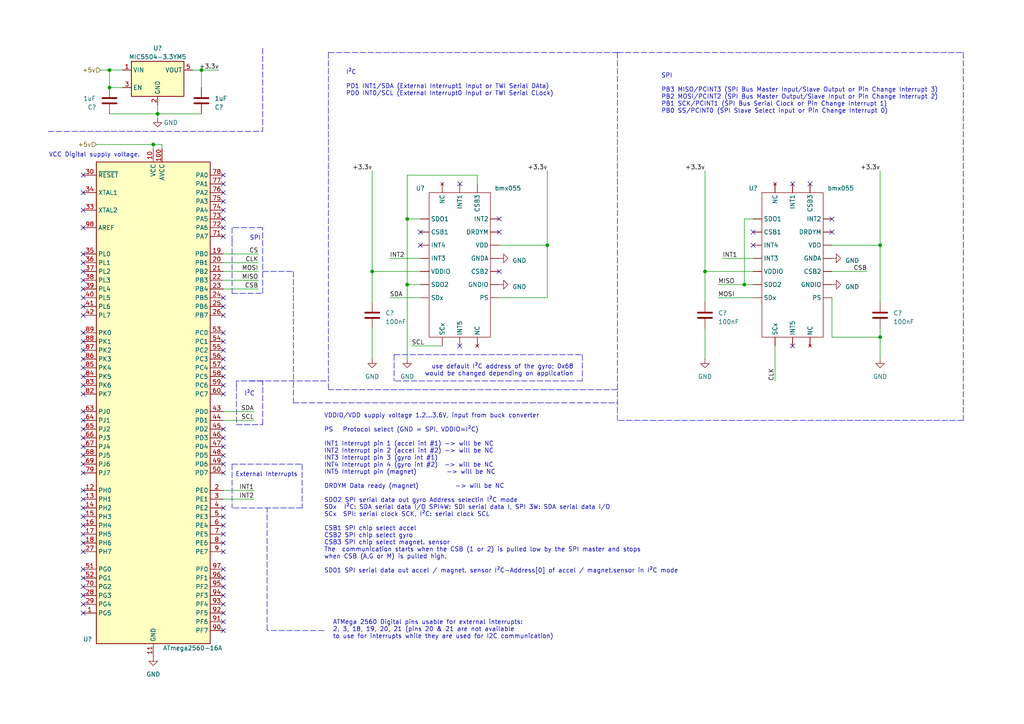
<source format=kicad_sch>
(kicad_sch (version 20210126) (generator eeschema)
  (paper "A4")
  (lib_symbols
    (symbol "Device:C" (pin_numbers hide) (pin_names (offset 0.254))
      (property "Reference" "C" (at 0.635 2.54 0))
      (property "Value" "C" (at 0.635 -2.54 0))
      (symbol "C_0_1"
        (polyline (pts (xy -2.032 -0.762) (xy 2.032 -0.762)) (stroke (width 0.508)))
        (polyline (pts (xy -2.032 0.762) (xy 2.032 0.762)) (stroke (width 0.508)))
      )
      (symbol "C_1_1"
        (pin passive line (at 0 3.81 270) (length 2.794) (name "~") (number "1"))
        (pin passive line (at 0 -3.81 90) (length 2.794) (name "~") (number "2"))
      )
    )
    (symbol "MCU_Microchip_ATmega:ATmega2560-16A"
      (property "Reference" "U" (at 0 1.27 0))
      (property "Value" "ATmega2560-16A" (at 0 -1.27 0))
      (symbol "ATmega2560-16A_0_1"
        (rectangle (start -16.51 -69.85) (end 16.51 69.85) (stroke (width 0.254)) (fill (type background)))
      )
      (symbol "ATmega2560-16A_1_1"
        (pin bidirectional line (at -20.32 -60.96 0) (length 3.81) (name "PG5") (number "1"))
        (pin power_in line (at 0 73.66 270) (length 3.81) (name "VCC") (number "10"))
        (pin power_in line (at 2.54 73.66 270) (length 3.81) (name "AVCC") (number "100"))
        (pin power_in line (at 0 -73.66 90) (length 3.81) (name "GND") (number "11"))
        (pin bidirectional line (at -20.32 -25.4 0) (length 3.81) (name "PH0") (number "12"))
        (pin bidirectional line (at -20.32 -27.94 0) (length 3.81) (name "PH1") (number "13"))
        (pin bidirectional line (at -20.32 -30.48 0) (length 3.81) (name "PH2") (number "14"))
        (pin bidirectional line (at -20.32 -33.02 0) (length 3.81) (name "PH3") (number "15"))
        (pin bidirectional line (at -20.32 -35.56 0) (length 3.81) (name "PH4") (number "16"))
        (pin bidirectional line (at -20.32 -38.1 0) (length 3.81) (name "PH5") (number "17"))
        (pin bidirectional line (at -20.32 -40.64 0) (length 3.81) (name "PH6") (number "18"))
        (pin bidirectional line (at 20.32 43.18 180) (length 3.81) (name "PB0") (number "19"))
        (pin bidirectional line (at 20.32 -25.4 180) (length 3.81) (name "PE0") (number "2"))
        (pin bidirectional line (at 20.32 40.64 180) (length 3.81) (name "PB1") (number "20"))
        (pin bidirectional line (at 20.32 38.1 180) (length 3.81) (name "PB2") (number "21"))
        (pin bidirectional line (at 20.32 35.56 180) (length 3.81) (name "PB3") (number "22"))
        (pin bidirectional line (at 20.32 33.02 180) (length 3.81) (name "PB4") (number "23"))
        (pin bidirectional line (at 20.32 30.48 180) (length 3.81) (name "PB5") (number "24"))
        (pin bidirectional line (at 20.32 27.94 180) (length 3.81) (name "PB6") (number "25"))
        (pin bidirectional line (at 20.32 25.4 180) (length 3.81) (name "PB7") (number "26"))
        (pin bidirectional line (at -20.32 -43.18 0) (length 3.81) (name "PH7") (number "27"))
        (pin bidirectional line (at -20.32 -55.88 0) (length 3.81) (name "PG3") (number "28"))
        (pin bidirectional line (at -20.32 -58.42 0) (length 3.81) (name "PG4") (number "29"))
        (pin bidirectional line (at 20.32 -27.94 180) (length 3.81) (name "PE1") (number "3"))
        (pin input line (at -20.32 66.04 0) (length 3.81) (name "~RESET") (number "30"))
        (pin passive line (at 0 73.66 270) (length 3.81) hide (name "VCC") (number "31"))
        (pin passive line (at 0 -73.66 90) (length 3.81) hide (name "GND") (number "32"))
        (pin output line (at -20.32 55.88 0) (length 3.81) (name "XTAL2") (number "33"))
        (pin input line (at -20.32 60.96 0) (length 3.81) (name "XTAL1") (number "34"))
        (pin bidirectional line (at -20.32 43.18 0) (length 3.81) (name "PL0") (number "35"))
        (pin bidirectional line (at -20.32 40.64 0) (length 3.81) (name "PL1") (number "36"))
        (pin bidirectional line (at -20.32 38.1 0) (length 3.81) (name "PL2") (number "37"))
        (pin bidirectional line (at -20.32 35.56 0) (length 3.81) (name "PL3") (number "38"))
        (pin bidirectional line (at -20.32 33.02 0) (length 3.81) (name "PL4") (number "39"))
        (pin bidirectional line (at 20.32 -30.48 180) (length 3.81) (name "PE2") (number "4"))
        (pin bidirectional line (at -20.32 30.48 0) (length 3.81) (name "PL5") (number "40"))
        (pin bidirectional line (at -20.32 27.94 0) (length 3.81) (name "PL6") (number "41"))
        (pin bidirectional line (at -20.32 25.4 0) (length 3.81) (name "PL7") (number "42"))
        (pin bidirectional line (at 20.32 -2.54 180) (length 3.81) (name "PD0") (number "43"))
        (pin bidirectional line (at 20.32 -5.08 180) (length 3.81) (name "PD1") (number "44"))
        (pin bidirectional line (at 20.32 -7.62 180) (length 3.81) (name "PD2") (number "45"))
        (pin bidirectional line (at 20.32 -10.16 180) (length 3.81) (name "PD3") (number "46"))
        (pin bidirectional line (at 20.32 -12.7 180) (length 3.81) (name "PD4") (number "47"))
        (pin bidirectional line (at 20.32 -15.24 180) (length 3.81) (name "PD5") (number "48"))
        (pin bidirectional line (at 20.32 -17.78 180) (length 3.81) (name "PD6") (number "49"))
        (pin bidirectional line (at 20.32 -33.02 180) (length 3.81) (name "PE3") (number "5"))
        (pin bidirectional line (at 20.32 -20.32 180) (length 3.81) (name "PD7") (number "50"))
        (pin bidirectional line (at -20.32 -48.26 0) (length 3.81) (name "PG0") (number "51"))
        (pin bidirectional line (at -20.32 -50.8 0) (length 3.81) (name "PG1") (number "52"))
        (pin bidirectional line (at 20.32 20.32 180) (length 3.81) (name "PC0") (number "53"))
        (pin bidirectional line (at 20.32 17.78 180) (length 3.81) (name "PC1") (number "54"))
        (pin bidirectional line (at 20.32 15.24 180) (length 3.81) (name "PC2") (number "55"))
        (pin bidirectional line (at 20.32 12.7 180) (length 3.81) (name "PC3") (number "56"))
        (pin bidirectional line (at 20.32 10.16 180) (length 3.81) (name "PC4") (number "57"))
        (pin bidirectional line (at 20.32 7.62 180) (length 3.81) (name "PC5") (number "58"))
        (pin bidirectional line (at 20.32 5.08 180) (length 3.81) (name "PC6") (number "59"))
        (pin bidirectional line (at 20.32 -35.56 180) (length 3.81) (name "PE4") (number "6"))
        (pin bidirectional line (at 20.32 2.54 180) (length 3.81) (name "PC7") (number "60"))
        (pin passive line (at 0 73.66 270) (length 3.81) hide (name "VCC") (number "61"))
        (pin passive line (at 0 -73.66 90) (length 3.81) hide (name "GND") (number "62"))
        (pin bidirectional line (at -20.32 -2.54 0) (length 3.81) (name "PJ0") (number "63"))
        (pin bidirectional line (at -20.32 -5.08 0) (length 3.81) (name "PJ1") (number "64"))
        (pin bidirectional line (at -20.32 -7.62 0) (length 3.81) (name "PJ2") (number "65"))
        (pin bidirectional line (at -20.32 -10.16 0) (length 3.81) (name "PJ3") (number "66"))
        (pin bidirectional line (at -20.32 -12.7 0) (length 3.81) (name "PJ4") (number "67"))
        (pin bidirectional line (at -20.32 -15.24 0) (length 3.81) (name "PJ5") (number "68"))
        (pin bidirectional line (at -20.32 -17.78 0) (length 3.81) (name "PJ6") (number "69"))
        (pin bidirectional line (at 20.32 -38.1 180) (length 3.81) (name "PE5") (number "7"))
        (pin bidirectional line (at -20.32 -53.34 0) (length 3.81) (name "PG2") (number "70"))
        (pin bidirectional line (at 20.32 48.26 180) (length 3.81) (name "PA7") (number "71"))
        (pin bidirectional line (at 20.32 50.8 180) (length 3.81) (name "PA6") (number "72"))
        (pin bidirectional line (at 20.32 53.34 180) (length 3.81) (name "PA5") (number "73"))
        (pin bidirectional line (at 20.32 55.88 180) (length 3.81) (name "PA4") (number "74"))
        (pin bidirectional line (at 20.32 58.42 180) (length 3.81) (name "PA3") (number "75"))
        (pin bidirectional line (at 20.32 60.96 180) (length 3.81) (name "PA2") (number "76"))
        (pin bidirectional line (at 20.32 63.5 180) (length 3.81) (name "PA1") (number "77"))
        (pin bidirectional line (at 20.32 66.04 180) (length 3.81) (name "PA0") (number "78"))
        (pin bidirectional line (at -20.32 -20.32 0) (length 3.81) (name "PJ7") (number "79"))
        (pin bidirectional line (at 20.32 -40.64 180) (length 3.81) (name "PE6") (number "8"))
        (pin passive line (at 0 73.66 270) (length 3.81) hide (name "VCC") (number "80"))
        (pin passive line (at 0 -73.66 90) (length 3.81) hide (name "GND") (number "81"))
        (pin bidirectional line (at -20.32 2.54 0) (length 3.81) (name "PK7") (number "82"))
        (pin bidirectional line (at -20.32 5.08 0) (length 3.81) (name "PK6") (number "83"))
        (pin bidirectional line (at -20.32 7.62 0) (length 3.81) (name "PK5") (number "84"))
        (pin bidirectional line (at -20.32 10.16 0) (length 3.81) (name "PK4") (number "85"))
        (pin bidirectional line (at -20.32 12.7 0) (length 3.81) (name "PK3") (number "86"))
        (pin bidirectional line (at -20.32 15.24 0) (length 3.81) (name "PK2") (number "87"))
        (pin bidirectional line (at -20.32 17.78 0) (length 3.81) (name "PK1") (number "88"))
        (pin bidirectional line (at -20.32 20.32 0) (length 3.81) (name "PK0") (number "89"))
        (pin bidirectional line (at 20.32 -43.18 180) (length 3.81) (name "PE7") (number "9"))
        (pin bidirectional line (at 20.32 -66.04 180) (length 3.81) (name "PF7") (number "90"))
        (pin bidirectional line (at 20.32 -63.5 180) (length 3.81) (name "PF6") (number "91"))
        (pin bidirectional line (at 20.32 -60.96 180) (length 3.81) (name "PF5") (number "92"))
        (pin bidirectional line (at 20.32 -58.42 180) (length 3.81) (name "PF4") (number "93"))
        (pin bidirectional line (at 20.32 -55.88 180) (length 3.81) (name "PF3") (number "94"))
        (pin bidirectional line (at 20.32 -53.34 180) (length 3.81) (name "PF2") (number "95"))
        (pin bidirectional line (at 20.32 -50.8 180) (length 3.81) (name "PF1") (number "96"))
        (pin bidirectional line (at 20.32 -48.26 180) (length 3.81) (name "PF0") (number "97"))
        (pin passive line (at -20.32 50.8 0) (length 3.81) (name "AREF") (number "98"))
        (pin passive line (at 0 -73.66 90) (length 3.81) hide (name "GND") (number "99"))
      )
    )
    (symbol "Regulator_Linear:MIC5504-3.3YM5"
      (property "Reference" "U" (at -7.62 8.89 0))
      (property "Value" "MIC5504-3.3YM5" (at -7.62 6.35 0))
      (symbol "MIC5504-3.3YM5_0_1"
        (rectangle (start -7.62 -5.08) (end 7.62 5.08) (stroke (width 0.254)) (fill (type background)))
      )
      (symbol "MIC5504-3.3YM5_1_1"
        (pin power_in line (at -10.16 2.54 0) (length 2.54) (name "VIN") (number "1"))
        (pin power_in line (at 0 -7.62 90) (length 2.54) (name "GND") (number "2"))
        (pin input line (at -10.16 -2.54 0) (length 2.54) (name "EN") (number "3"))
        (pin no_connect line (at 7.62 -2.54 180) (length 2.54) hide (name "NC") (number "4"))
        (pin power_out line (at 10.16 2.54 180) (length 2.54) (name "VOUT") (number "5"))
      )
    )
    (symbol "pb171:bmx055"
      (property "Reference" "U?" (at -10.16 24.13 0))
      (property "Value" "bmx055" (at 15.24 24.13 0))
      (symbol "bmx055_0_1"
        (rectangle (start -7.62 22.86) (end 10.16 -19.05) (stroke (width 0.1524)))
      )
      (symbol "bmx055_1_1"
        (pin passive line (at -10.16 11.43 0) (length 2.54) (name "CSB1") (number ""))
        (pin passive line (at 12.7 0 180) (length 2.54) (name "CSB2") (number ""))
        (pin passive line (at 6.35 25.4 270) (length 2.54) (name "CSB3") (number ""))
        (pin passive line (at 12.7 11.43 180) (length 2.54) (name "DRDYM") (number ""))
        (pin passive line (at 12.7 3.81 180) (length 2.54) (name "GNDA") (number ""))
        (pin passive line (at 12.7 -3.81 180) (length 2.54) (name "GNDIO") (number ""))
        (pin passive line (at 1.27 25.4 270) (length 2.54) (name "INT1") (number ""))
        (pin passive line (at 12.7 15.24 180) (length 2.54) (name "INT2") (number ""))
        (pin passive line (at -10.16 3.81 0) (length 2.54) (name "INT3") (number ""))
        (pin passive line (at -10.16 7.62 0) (length 2.54) (name "INT4") (number ""))
        (pin passive line (at 1.27 -21.59 90) (length 2.54) (name "INT5") (number ""))
        (pin no_connect line (at -3.81 25.4 270) (length 2.54) (name "NC") (number ""))
        (pin no_connect line (at 6.35 -21.59 90) (length 2.54) (name "NC") (number ""))
        (pin passive line (at 12.7 -7.62 180) (length 2.54) (name "PS") (number ""))
        (pin passive line (at -3.81 -21.59 90) (length 2.54) (name "SCx") (number ""))
        (pin passive line (at -10.16 15.24 0) (length 2.54) (name "SDO1") (number ""))
        (pin passive line (at -10.16 -3.81 0) (length 2.54) (name "SDO2") (number ""))
        (pin passive line (at -10.16 -7.62 0) (length 2.54) (name "SDx") (number ""))
        (pin passive line (at 12.7 7.62 180) (length 2.54) (name "VDD") (number ""))
        (pin passive line (at -10.16 0 0) (length 2.54) (name "VDDIO") (number ""))
      )
    )
    (symbol "power:GND" (power) (pin_names (offset 0))
      (property "Value" "GND" (at 0 -3.81 0))
      (symbol "GND_0_1"
        (polyline (pts (xy 0 0) (xy 0 -1.27) (xy 1.27 -1.27) (xy 0 -2.54) (xy -1.27 -1.27) (xy 0 -1.27)))
      )
      (symbol "GND_1_1"
        (pin power_in line (at 0 0 270) (length 0) hide (name "GND") (number "1"))
      )
    )
  )
  (junction (at 31.75 20.32) (diameter 0.9144))
  (junction (at 31.75 25.4) (diameter 0.9144))
  (junction (at 44.45 41.91) (diameter 0.9144))
  (junction (at 45.72 33.02) (diameter 0.9144))
  (junction (at 58.42 20.32) (diameter 0.9144))
  (junction (at 107.95 78.74) (diameter 0.9144))
  (junction (at 118.11 63.5) (diameter 0.9144))
  (junction (at 118.11 82.55) (diameter 0.9144))
  (junction (at 158.75 71.12) (diameter 0.9144))
  (junction (at 204.47 78.74) (diameter 0.9144))
  (junction (at 215.9 82.55) (diameter 0.9144))
  (junction (at 255.27 71.12) (diameter 0.9144))
  (junction (at 255.27 97.79) (diameter 0.9144))
  (no_connect (at 24.13 50.8))
  (no_connect (at 24.13 55.88))
  (no_connect (at 24.13 60.96))
  (no_connect (at 24.13 66.04))
  (no_connect (at 24.13 73.66))
  (no_connect (at 24.13 76.2))
  (no_connect (at 24.13 78.74))
  (no_connect (at 24.13 81.28))
  (no_connect (at 24.13 83.82))
  (no_connect (at 24.13 86.36))
  (no_connect (at 24.13 88.9))
  (no_connect (at 24.13 91.44))
  (no_connect (at 24.13 96.52))
  (no_connect (at 24.13 99.06))
  (no_connect (at 24.13 101.6))
  (no_connect (at 24.13 104.14))
  (no_connect (at 24.13 106.68))
  (no_connect (at 24.13 109.22))
  (no_connect (at 24.13 111.76))
  (no_connect (at 24.13 114.3))
  (no_connect (at 24.13 119.38))
  (no_connect (at 24.13 121.92))
  (no_connect (at 24.13 124.46))
  (no_connect (at 24.13 127))
  (no_connect (at 24.13 129.54))
  (no_connect (at 24.13 132.08))
  (no_connect (at 24.13 134.62))
  (no_connect (at 24.13 137.16))
  (no_connect (at 24.13 142.24))
  (no_connect (at 24.13 144.78))
  (no_connect (at 24.13 147.32))
  (no_connect (at 24.13 149.86))
  (no_connect (at 24.13 152.4))
  (no_connect (at 24.13 154.94))
  (no_connect (at 24.13 157.48))
  (no_connect (at 24.13 160.02))
  (no_connect (at 24.13 165.1))
  (no_connect (at 24.13 167.64))
  (no_connect (at 24.13 170.18))
  (no_connect (at 24.13 172.72))
  (no_connect (at 24.13 175.26))
  (no_connect (at 24.13 177.8))
  (no_connect (at 64.77 50.8))
  (no_connect (at 64.77 53.34))
  (no_connect (at 64.77 55.88))
  (no_connect (at 64.77 58.42))
  (no_connect (at 64.77 60.96))
  (no_connect (at 64.77 63.5))
  (no_connect (at 64.77 66.04))
  (no_connect (at 64.77 68.58))
  (no_connect (at 64.77 86.36))
  (no_connect (at 64.77 88.9))
  (no_connect (at 64.77 91.44))
  (no_connect (at 64.77 96.52))
  (no_connect (at 64.77 99.06))
  (no_connect (at 64.77 101.6))
  (no_connect (at 64.77 104.14))
  (no_connect (at 64.77 106.68))
  (no_connect (at 64.77 109.22))
  (no_connect (at 64.77 111.76))
  (no_connect (at 64.77 114.3))
  (no_connect (at 64.77 124.46))
  (no_connect (at 64.77 127))
  (no_connect (at 64.77 129.54))
  (no_connect (at 64.77 132.08))
  (no_connect (at 64.77 134.62))
  (no_connect (at 64.77 137.16))
  (no_connect (at 64.77 147.32))
  (no_connect (at 64.77 149.86))
  (no_connect (at 64.77 152.4))
  (no_connect (at 64.77 154.94))
  (no_connect (at 64.77 157.48))
  (no_connect (at 64.77 160.02))
  (no_connect (at 64.77 165.1))
  (no_connect (at 64.77 167.64))
  (no_connect (at 64.77 170.18))
  (no_connect (at 64.77 172.72))
  (no_connect (at 64.77 175.26))
  (no_connect (at 64.77 177.8))
  (no_connect (at 64.77 180.34))
  (no_connect (at 64.77 182.88))
  (no_connect (at 121.92 67.31))
  (no_connect (at 121.92 71.12))
  (no_connect (at 133.35 53.34))
  (no_connect (at 133.35 100.33))
  (no_connect (at 144.78 63.5))
  (no_connect (at 144.78 67.31))
  (no_connect (at 144.78 78.74))
  (no_connect (at 218.44 67.31))
  (no_connect (at 218.44 71.12))
  (no_connect (at 229.87 53.34))
  (no_connect (at 229.87 100.33))
  (no_connect (at 234.95 53.34))
  (no_connect (at 241.3 63.5))
  (no_connect (at 241.3 67.31))
  (wire (pts (xy 29.21 20.32) (xy 31.75 20.32)))
  (wire (pts (xy 31.75 20.32) (xy 31.75 25.4)))
  (wire (pts (xy 31.75 20.32) (xy 35.56 20.32)))
  (wire (pts (xy 31.75 25.4) (xy 35.56 25.4)))
  (wire (pts (xy 44.45 41.91) (xy 27.94 41.91)))
  (wire (pts (xy 44.45 41.91) (xy 44.45 43.18)))
  (wire (pts (xy 45.72 30.48) (xy 45.72 33.02)))
  (wire (pts (xy 45.72 33.02) (xy 31.75 33.02)))
  (wire (pts (xy 45.72 33.02) (xy 45.72 34.29)))
  (wire (pts (xy 45.72 33.02) (xy 58.42 33.02)))
  (wire (pts (xy 46.99 41.91) (xy 44.45 41.91)))
  (wire (pts (xy 46.99 41.91) (xy 46.99 43.18)))
  (wire (pts (xy 58.42 20.32) (xy 55.88 20.32)))
  (wire (pts (xy 58.42 20.32) (xy 58.42 25.4)))
  (wire (pts (xy 58.42 20.32) (xy 63.5 20.32)))
  (wire (pts (xy 64.77 73.66) (xy 74.93 73.66)))
  (wire (pts (xy 64.77 76.2) (xy 74.93 76.2)))
  (wire (pts (xy 64.77 78.74) (xy 74.93 78.74)))
  (wire (pts (xy 64.77 81.28) (xy 74.93 81.28)))
  (wire (pts (xy 64.77 83.82) (xy 74.93 83.82)))
  (wire (pts (xy 64.77 119.38) (xy 73.66 119.38)))
  (wire (pts (xy 64.77 121.92) (xy 73.66 121.92)))
  (wire (pts (xy 64.77 142.24) (xy 73.66 142.24)))
  (wire (pts (xy 64.77 144.78) (xy 73.66 144.78)))
  (wire (pts (xy 107.95 49.53) (xy 107.95 78.74)))
  (wire (pts (xy 107.95 78.74) (xy 107.95 87.63)))
  (wire (pts (xy 107.95 78.74) (xy 121.92 78.74)))
  (wire (pts (xy 107.95 95.25) (xy 107.95 104.14)))
  (wire (pts (xy 118.11 50.8) (xy 118.11 63.5)))
  (wire (pts (xy 118.11 63.5) (xy 118.11 82.55)))
  (wire (pts (xy 118.11 63.5) (xy 121.92 63.5)))
  (wire (pts (xy 118.11 82.55) (xy 118.11 104.14)))
  (wire (pts (xy 118.11 82.55) (xy 121.92 82.55)))
  (wire (pts (xy 119.38 100.33) (xy 128.27 100.33)))
  (wire (pts (xy 121.92 74.93) (xy 113.03 74.93)))
  (wire (pts (xy 121.92 86.36) (xy 113.03 86.36)))
  (wire (pts (xy 138.43 50.8) (xy 118.11 50.8)))
  (wire (pts (xy 138.43 53.34) (xy 138.43 50.8)))
  (wire (pts (xy 144.78 71.12) (xy 158.75 71.12)))
  (wire (pts (xy 144.78 86.36) (xy 158.75 86.36)))
  (wire (pts (xy 158.75 49.53) (xy 158.75 71.12)))
  (wire (pts (xy 158.75 86.36) (xy 158.75 71.12)))
  (wire (pts (xy 204.47 49.53) (xy 204.47 78.74)))
  (wire (pts (xy 204.47 78.74) (xy 204.47 87.63)))
  (wire (pts (xy 204.47 78.74) (xy 218.44 78.74)))
  (wire (pts (xy 204.47 95.25) (xy 204.47 104.14)))
  (wire (pts (xy 208.28 82.55) (xy 215.9 82.55)))
  (wire (pts (xy 215.9 63.5) (xy 218.44 63.5)))
  (wire (pts (xy 215.9 82.55) (xy 215.9 63.5)))
  (wire (pts (xy 218.44 74.93) (xy 209.55 74.93)))
  (wire (pts (xy 218.44 82.55) (xy 215.9 82.55)))
  (wire (pts (xy 218.44 86.36) (xy 208.28 86.36)))
  (wire (pts (xy 224.79 100.33) (xy 224.79 110.49)))
  (wire (pts (xy 241.3 71.12) (xy 255.27 71.12)))
  (wire (pts (xy 241.3 78.74) (xy 251.46 78.74)))
  (wire (pts (xy 241.3 86.36) (xy 241.3 97.79)))
  (wire (pts (xy 241.3 97.79) (xy 255.27 97.79)))
  (wire (pts (xy 255.27 49.53) (xy 255.27 71.12)))
  (wire (pts (xy 255.27 71.12) (xy 255.27 87.63)))
  (wire (pts (xy 255.27 95.25) (xy 255.27 97.79)))
  (wire (pts (xy 255.27 97.79) (xy 255.27 104.14)))
  (polyline (pts (xy 13.97 38.1) (xy 76.2 38.1)) (stroke (width 0) (type dash)))
  (polyline (pts (xy 67.31 66.04) (xy 67.31 69.85)) (stroke (width 0) (type dash)))
  (polyline (pts (xy 67.31 69.85) (xy 67.31 85.09)) (stroke (width 0) (type dash)))
  (polyline (pts (xy 67.31 85.09) (xy 76.2 85.09)) (stroke (width 0) (type dash)))
  (polyline (pts (xy 67.31 134.62) (xy 67.31 147.32)) (stroke (width 0) (type dash)))
  (polyline (pts (xy 67.31 134.62) (xy 87.63 134.62)) (stroke (width 0) (type dash)))
  (polyline (pts (xy 68.58 110.49) (xy 68.58 111.76)) (stroke (width 0) (type dash)))
  (polyline (pts (xy 68.58 111.76) (xy 68.58 123.19)) (stroke (width 0) (type dash)))
  (polyline (pts (xy 68.58 123.19) (xy 76.2 123.19)) (stroke (width 0) (type dash)))
  (polyline (pts (xy 72.39 110.49) (xy 95.25 110.49)) (stroke (width 0) (type dash)))
  (polyline (pts (xy 76.2 13.97) (xy 76.2 38.1)) (stroke (width 0) (type dash)))
  (polyline (pts (xy 76.2 66.04) (xy 67.31 66.04)) (stroke (width 0) (type dash)))
  (polyline (pts (xy 76.2 78.74) (xy 85.09 78.74)) (stroke (width 0) (type dash)))
  (polyline (pts (xy 76.2 85.09) (xy 76.2 66.04)) (stroke (width 0) (type dash)))
  (polyline (pts (xy 76.2 110.49) (xy 68.58 110.49)) (stroke (width 0) (type dash)))
  (polyline (pts (xy 76.2 123.19) (xy 76.2 110.49)) (stroke (width 0) (type dash)))
  (polyline (pts (xy 77.47 148.59) (xy 77.47 147.32)) (stroke (width 0) (type dash)))
  (polyline (pts (xy 77.47 182.88) (xy 77.47 148.59)) (stroke (width 0) (type dash)))
  (polyline (pts (xy 85.09 78.74) (xy 85.09 116.84)) (stroke (width 0) (type dash)))
  (polyline (pts (xy 85.09 116.84) (xy 179.07 116.84)) (stroke (width 0) (type dash)))
  (polyline (pts (xy 87.63 134.62) (xy 87.63 147.32)) (stroke (width 0) (type dash)))
  (polyline (pts (xy 87.63 147.32) (xy 67.31 147.32)) (stroke (width 0) (type dash)))
  (polyline (pts (xy 93.98 182.88) (xy 77.47 182.88)) (stroke (width 0) (type dash)))
  (polyline (pts (xy 95.25 15.24) (xy 95.25 113.03)) (stroke (width 0) (type dash)))
  (polyline (pts (xy 95.25 15.24) (xy 179.07 15.24)) (stroke (width 0) (type dash)))
  (polyline (pts (xy 114.3 102.87) (xy 114.3 110.49)) (stroke (width 0) (type dash)))
  (polyline (pts (xy 114.3 102.87) (xy 168.91 102.87)) (stroke (width 0) (type dash)))
  (polyline (pts (xy 168.91 102.87) (xy 168.91 110.49)) (stroke (width 0) (type dash)))
  (polyline (pts (xy 168.91 110.49) (xy 114.3 110.49)) (stroke (width 0) (type dash)))
  (polyline (pts (xy 179.07 15.24) (xy 179.07 121.92)) (stroke (width 0) (type dash)))
  (polyline (pts (xy 179.07 15.24) (xy 279.4 15.24)) (stroke (width 0) (type dash)))
  (polyline (pts (xy 179.07 113.03) (xy 95.25 113.03)) (stroke (width 0) (type dash)))
  (polyline (pts (xy 279.4 15.24) (xy 279.4 121.92)) (stroke (width 0) (type dash)))
  (polyline (pts (xy 279.4 121.92) (xy 179.07 121.92)) (stroke (width 0) (type dash)))
  (image (at 355.6 116.84))
  (text "VCC Digital supply voltage." (at 40.64 45.72 180) (effects (font (size 1.27 1.27)) (justify right bottom)))
  (text "SPI" (at 72.39 69.85 0) (effects (font (size 1.27 1.27)) (justify left bottom)))
  (text "I²C" (at 72.39 114.3 180) (effects (font (size 1.27 1.27))))
  (text "External Interrupts" (at 86.36 138.43 180) (effects (font (size 1.27 1.27)) (justify right bottom)))
  (text "VDDIO/VDD supply voltage 1.2...3.6V, input from buck converter\n\nPS   Protocol select (GND = SPI, VDDIO=I²C)\n\nINT1 Interrupt pin 1 (accel int #1) -> will be NC\nINT2 Interrupt pin 2 (accel int #2) -> will be NC\nINT3 Interrupt pin 3 (gyro int #1)\nINT4 Interrupt pin 4 (gyro int #2)  -> will be NC\nINT5 Interrupt pin (magnet)         -> will be NC\n\nDRDYM Data ready (magnet)           -> will be NC\n\nSDO2 SPI serial data out gyro Address selectin I²C mode\nSDx	 I²C: SDA serial data I/O SPI4W: SDI serial data I, SPI 3W: SDA serial data I/O\nSCx  SPI: serial clock SCK, I²C: serial clock SCL\n\nCSB1 SPI chip select accel\nCSB2 SPI chip select gyro\nCSB3 SPI chip select magnet. sensor\nThe  communication starts when the CSB (1 or 2) is pulled low by the SPI master and stops\nwhen CSB (A,G or M) is pulled high.\n\nSD01 SPI serial data out accel / magnet. sensor I²C-Address[0] of accel / magnet.sensor in I²C mode" (at 93.98 166.37 0) (effects (font (size 1.27 1.27)) (justify left bottom)))
  (text "ATMega 2560 Digital pins usable for external interrupts:\n2, 3, 18, 19, 20, 21 (pins 20 & 21 are not available\nto use for interrupts while they are used for I2C communication)" (at 96.52 185.42 0) (effects (font (size 1.27 1.27)) (justify left bottom)))
  (text "I²C\n\nPD1 INT1/SDA (External Interrupt1 Input or TWI Serial DAta)\nPD0 INT0/SCL (External Interrupt0 Input or TWI Serial CLock)" (at 100.33 27.94 0) (effects (font (size 1.27 1.27)) (justify left bottom)))
  (text "use default I²C address of the gyro; 0x68\nwould be changed depending on application" (at 166.37 109.22 0) (effects (font (size 1.27 1.27)) (justify right bottom)))
  (text "SPI\n\nPB3 MISO/PCINT3 (SPI Bus Master Input/Slave Output or Pin Change Interrupt 3)\nPB2 MOSI/PCINT2 (SPI Bus Master Output/Slave Input or Pin Change Interrupt 2)\nPB1 SCK/PCINT1 (SPI Bus Serial Clock or Pin Change Interrupt 1)\nPB0 SS/PCINT0 (SPI Slave Select input or Pin Change Interrupt 0)" (at 191.77 33.02 0) (effects (font (size 1.27 1.27)) (justify left bottom)))
  (label "+3.3v" (at 63.5 20.32 180))
  (label "SDA" (at 73.66 119.38 180))
  (label "SCL" (at 73.66 121.92 180))
  (label "INT1" (at 73.66 142.24 180))
  (label "INT2" (at 73.66 144.78 180))
  (label "CS" (at 74.93 73.66 180))
  (label "CLK" (at 74.93 76.2 180))
  (label "MOSI" (at 74.93 78.74 180))
  (label "MISO" (at 74.93 81.28 180))
  (label "CSB" (at 74.93 83.82 180))
  (label "+3.3v" (at 107.95 49.53 180))
  (label "INT2" (at 113.03 74.93 0))
  (label "SDA" (at 113.03 86.36 0))
  (label "SCL" (at 119.38 100.33 0))
  (label "+3.3v" (at 158.75 49.53 180))
  (label "+3.3v" (at 204.47 49.53 180))
  (label "MISO" (at 208.28 82.55 0))
  (label "MOSI" (at 208.28 86.36 0))
  (label "INT1" (at 209.55 74.93 0))
  (label "CLK" (at 224.79 110.49 90))
  (label "CSB" (at 251.46 78.74 180))
  (label "+3.3v" (at 255.27 49.53 180))
  (hierarchical_label "+5v" (shape input) (at 27.94 41.91 180))
  (hierarchical_label "+5v" (shape input) (at 29.21 20.32 180))
  (symbol (lib_id "power:GND") (at 44.45 190.5 0) (mirror y) (unit 1)
    (property "Reference" "#PWR?" (effects hide))
    (property "Value" "GND" (at 44.45 195.58 0))
  )
  (symbol (lib_id "power:GND") (at 45.72 34.29 0) (mirror y) (unit 1)
    (property "Reference" "#PWR?" (effects hide))
    (property "Value" "GND" (at 49.53 35.56 0))
  )
  (symbol (lib_id "power:GND") (at 107.95 104.14 0) (mirror y) (unit 1)
    (property "Reference" "#PWR?" (effects hide))
    (property "Value" "GND" (at 107.95 109.22 0))
  )
  (symbol (lib_id "power:GND") (at 118.11 104.14 0) (mirror y) (unit 1)
    (property "Reference" "#PWR?" (effects hide))
    (property "Value" "GND" (at 118.11 109.22 0))
  )
  (symbol (lib_id "power:GND") (at 144.78 74.93 90) (mirror x) (unit 1)
    (property "Reference" "#PWR?" (effects hide))
    (property "Value" "GND" (at 148.59 75.5649 90) (effects (justify right)))
  )
  (symbol (lib_id "power:GND") (at 144.78 82.55 90) (mirror x) (unit 1)
    (property "Reference" "#PWR?" (effects hide))
    (property "Value" "GND" (at 148.59 83.1849 90) (effects (justify right)))
  )
  (symbol (lib_id "power:GND") (at 204.47 104.14 0) (mirror y) (unit 1)
    (property "Reference" "#PWR?" (effects hide))
    (property "Value" "GND" (at 204.47 109.22 0))
  )
  (symbol (lib_id "power:GND") (at 241.3 74.93 90) (mirror x) (unit 1)
    (property "Reference" "#PWR?" (effects hide))
    (property "Value" "GND" (at 245.11 75.5649 90) (effects (justify right)))
  )
  (symbol (lib_id "power:GND") (at 241.3 82.55 90) (mirror x) (unit 1)
    (property "Reference" "#PWR?" (effects hide))
    (property "Value" "GND" (at 245.11 83.1849 90) (effects (justify right)))
  )
  (symbol (lib_id "power:GND") (at 255.27 104.14 0) (mirror y) (unit 1)
    (property "Reference" "#PWR?" (effects hide))
    (property "Value" "GND" (at 255.27 109.22 0))
  )
  (symbol (lib_id "Device:C") (at 31.75 29.21 0) (unit 1)
    (property "Reference" "C?" (at 25.4 31.1149 0) (effects (justify left)))
    (property "Value" "1uF" (at 24.13 28.5749 0) (effects (justify left)))
  )
  (symbol (lib_id "Device:C") (at 58.42 29.21 0) (unit 1)
    (property "Reference" "C?" (at 62.23 31.1149 0) (effects (justify left)))
    (property "Value" "1uF" (at 62.23 28.5749 0) (effects (justify left)))
  )
  (symbol (lib_id "Device:C") (at 107.95 91.44 0) (unit 1)
    (property "Reference" "C?" (at 111.76 90.8049 0) (effects (justify left)))
    (property "Value" "100nF" (at 111.76 93.3449 0) (effects (justify left)))
  )
  (symbol (lib_id "Device:C") (at 204.47 91.44 0) (unit 1)
    (property "Reference" "C?" (at 208.28 90.8049 0) (effects (justify left)))
    (property "Value" "100nF" (at 208.28 93.3449 0) (effects (justify left)))
  )
  (symbol (lib_id "Device:C") (at 255.27 91.44 0) (unit 1)
    (property "Reference" "C?" (at 259.08 90.8049 0) (effects (justify left)))
    (property "Value" "100nF" (at 259.08 93.3449 0) (effects (justify left)))
  )
  (symbol (lib_id "Regulator_Linear:MIC5504-3.3YM5") (at 45.72 22.86 0) (unit 1)
    (property "Reference" "U?" (at 45.72 13.97 0))
    (property "Value" "MIC5504-3.3YM5" (at 45.72 16.51 0))
    (property "Footprint" "Package_TO_SOT_SMD:SOT-23-5" (effects hide))
    (property "Datasheet" "http://ww1.microchip.com/downloads/en/DeviceDoc/MIC550X.pdf" (effects hide))
  )
  (symbol (lib_id "pb171:bmx055") (at 132.08 78.74 0) (unit 1)
    (property "Reference" "U?" (at 121.92 54.61 0))
    (property "Value" "bmx055" (at 147.32 54.61 0))
  )
  (symbol (lib_id "pb171:bmx055") (at 228.6 78.74 0) (unit 1)
    (property "Reference" "U?" (at 218.44 54.61 0))
    (property "Value" "bmx055" (at 243.84 54.61 0))
  )
  (symbol (lib_id "MCU_Microchip_ATmega:ATmega2560-16A") (at 44.45 116.84 0) (unit 1)
    (property "Reference" "U?" (at 25.4 185.42 0))
    (property "Value" "ATmega2560-16A" (at 55.88 187.96 0))
    (property "Footprint" "Package_QFP:TQFP-100_14x14mm_P0.5mm" (effects hide))
    (property "Datasheet" "http://ww1.microchip.com/downloads/en/DeviceDoc/Atmel-2549-8-bit-AVR-Microcontroller-ATmega640-1280-1281-2560-2561_datasheet.pdf" (effects hide))
  )
)
</source>
